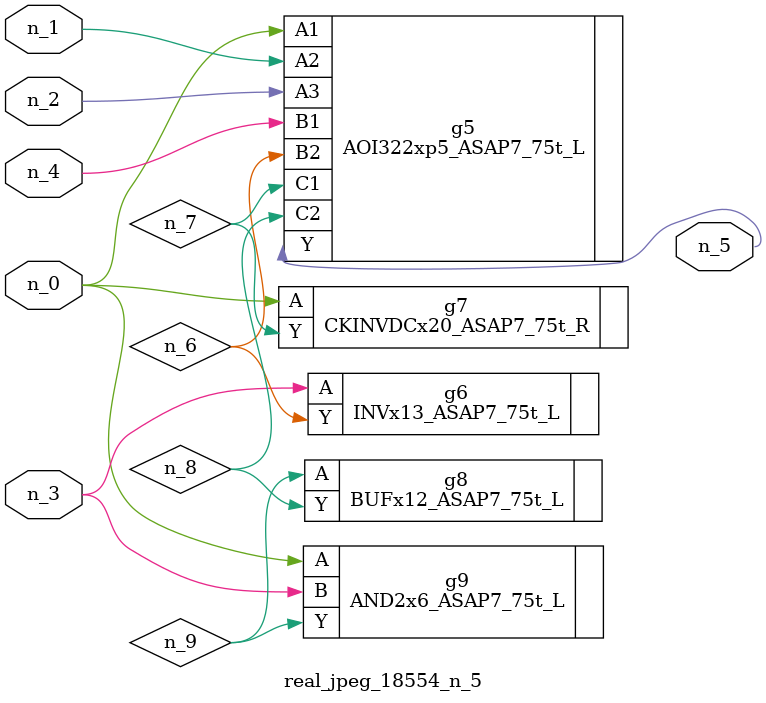
<source format=v>
module real_jpeg_18554_n_5 (n_4, n_0, n_1, n_2, n_3, n_5);

input n_4;
input n_0;
input n_1;
input n_2;
input n_3;

output n_5;

wire n_8;
wire n_6;
wire n_7;
wire n_9;

AOI322xp5_ASAP7_75t_L g5 ( 
.A1(n_0),
.A2(n_1),
.A3(n_2),
.B1(n_4),
.B2(n_6),
.C1(n_7),
.C2(n_8),
.Y(n_5)
);

CKINVDCx20_ASAP7_75t_R g7 ( 
.A(n_0),
.Y(n_7)
);

AND2x6_ASAP7_75t_L g9 ( 
.A(n_0),
.B(n_3),
.Y(n_9)
);

INVx13_ASAP7_75t_L g6 ( 
.A(n_3),
.Y(n_6)
);

BUFx12_ASAP7_75t_L g8 ( 
.A(n_9),
.Y(n_8)
);


endmodule
</source>
